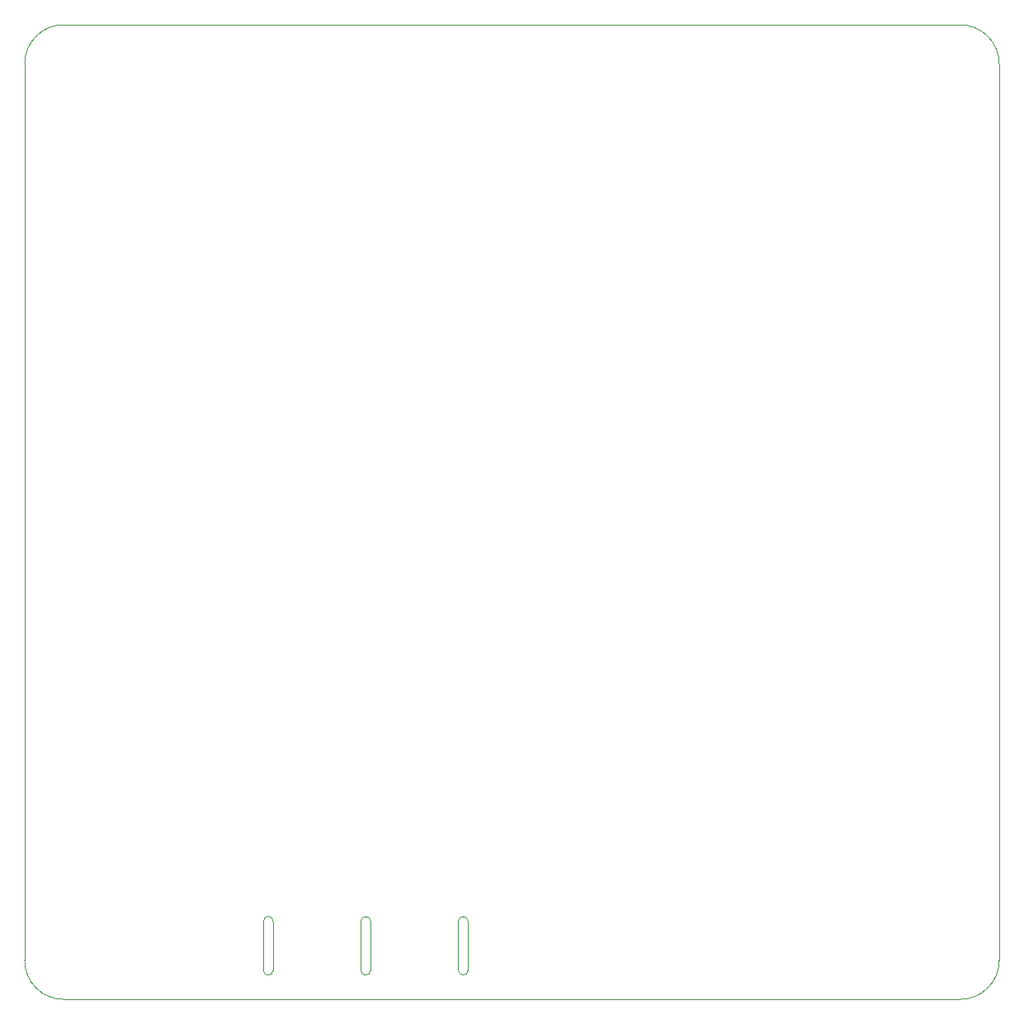
<source format=gbr>
%TF.GenerationSoftware,KiCad,Pcbnew,5.1.9-73d0e3b20d~88~ubuntu20.04.1*%
%TF.CreationDate,2021-09-25T17:35:02+05:30*%
%TF.ProjectId,veloce,76656c6f-6365-42e6-9b69-6361645f7063,rev?*%
%TF.SameCoordinates,Original*%
%TF.FileFunction,Profile,NP*%
%FSLAX46Y46*%
G04 Gerber Fmt 4.6, Leading zero omitted, Abs format (unit mm)*
G04 Created by KiCad (PCBNEW 5.1.9-73d0e3b20d~88~ubuntu20.04.1) date 2021-09-25 17:35:02*
%MOMM*%
%LPD*%
G01*
G04 APERTURE LIST*
%TA.AperFunction,Profile*%
%ADD10C,0.050000*%
%TD*%
G04 APERTURE END LIST*
D10*
X185500000Y-152000000D02*
X185500000Y-147000000D01*
X186500000Y-152000000D02*
G75*
G02*
X185500000Y-152000000I-500000J0D01*
G01*
X185500000Y-147000000D02*
G75*
G02*
X186500000Y-147000000I500000J0D01*
G01*
X186500000Y-147000000D02*
X186500000Y-152000000D01*
X176500000Y-152000000D02*
G75*
G02*
X175500000Y-152000000I-500000J0D01*
G01*
X176500000Y-147000000D02*
X176500000Y-152000000D01*
X175500000Y-152000000D02*
X175500000Y-147000000D01*
X175500000Y-147000000D02*
G75*
G02*
X176500000Y-147000000I500000J0D01*
G01*
X165500000Y-147000000D02*
G75*
G02*
X166500000Y-147000000I500000J0D01*
G01*
X166500000Y-152000000D02*
G75*
G02*
X165500000Y-152000000I-500000J0D01*
G01*
X166500000Y-147000000D02*
X166500000Y-152000000D01*
X165500000Y-152000000D02*
X165500000Y-147000000D01*
X241000000Y-151000000D02*
G75*
G02*
X237000000Y-155000000I-4000000J0D01*
G01*
X145000000Y-155000000D02*
G75*
G02*
X141000000Y-151000000I0J4000000D01*
G01*
X141000000Y-59000000D02*
G75*
G02*
X145000000Y-55000000I4000000J0D01*
G01*
X237000000Y-55000000D02*
G75*
G02*
X241000000Y-59000000I0J-4000000D01*
G01*
X141000000Y-151000000D02*
X141000000Y-59000000D01*
X237000000Y-155000000D02*
X145000000Y-155000000D01*
X241000000Y-59000000D02*
X241000000Y-151000000D01*
X145000000Y-55000000D02*
X237000000Y-55000000D01*
M02*

</source>
